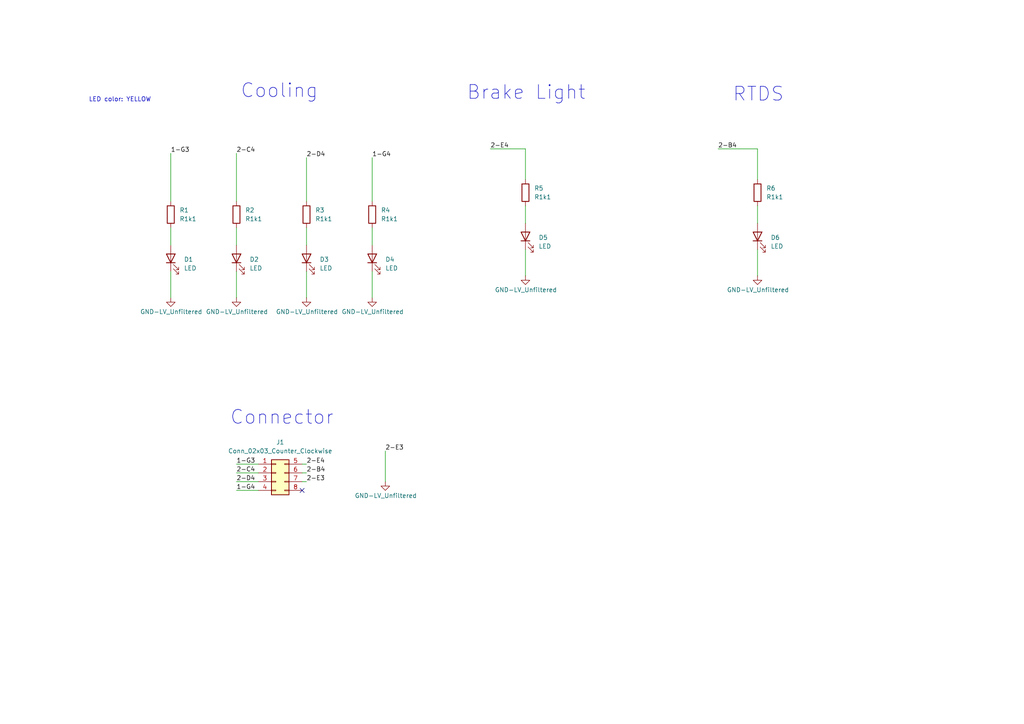
<source format=kicad_sch>
(kicad_sch (version 20231120) (generator "eeschema") (generator_version "8.0")
  (paper "A4")
  (lib_symbols
    (symbol "Connector_Generic:Conn_02x04_Top_Bottom" (pin_names (offset 1.016) hide)
      (property "Reference" "J" (at 1.27 5.08 0))
      (property "Value" "Conn_02x04_Top_Bottom" (at 1.27 -7.62 0))
      (symbol "Conn_02x04_Top_Bottom_1_1"
        (rectangle (start -1.27 -4.953) (end 0 -5.207) (stroke (width 0.1524)))
        (rectangle (start -1.27 -2.413) (end 0 -2.667) (stroke (width 0.1524)))
        (rectangle (start -1.27 0.127) (end 0 -0.127) (stroke (width 0.1524)))
        (rectangle (start -1.27 2.667) (end 0 2.413) (stroke (width 0.1524)))
        (rectangle (start -1.27 3.81) (end 3.81 -6.35) (stroke (width 0.254)) (fill (type background)))
        (rectangle (start 3.81 -4.953) (end 2.54 -5.207) (stroke (width 0.1524)))
        (rectangle (start 3.81 -2.413) (end 2.54 -2.667) (stroke (width 0.1524)))
        (rectangle (start 3.81 0.127) (end 2.54 -0.127) (stroke (width 0.1524)))
        (rectangle (start 3.81 2.667) (end 2.54 2.413) (stroke (width 0.1524)))
        (pin passive line (at -5.08 2.54 0) (length 3.81) (name "Pin_1") (number "1"))
        (pin passive line (at -5.08 0 0) (length 3.81) (name "Pin_2") (number "2"))
        (pin passive line (at -5.08 -2.54 0) (length 3.81) (name "Pin_3") (number "3"))
        (pin passive line (at -5.08 -5.08 0) (length 3.81) (name "Pin_4") (number "4"))
        (pin passive line (at 7.62 2.54 180) (length 3.81) (name "Pin_5") (number "5"))
        (pin passive line (at 7.62 0 180) (length 3.81) (name "Pin_6") (number "6"))
        (pin passive line (at 7.62 -2.54 180) (length 3.81) (name "Pin_7") (number "7"))
        (pin passive line (at 7.62 -5.08 180) (length 3.81) (name "Pin_8") (number "8"))
      )
    )
    (symbol "Device:LED" (pin_numbers hide) (pin_names (offset 1.016) hide)
      (property "Reference" "D" (at 0 2.54 0))
      (property "Value" "LED" (at 0 -2.54 0))
      (symbol "LED_0_1"
        (polyline (pts (xy -1.27 -1.27) (xy -1.27 1.27)) (stroke (width 0.254)))
        (polyline (pts (xy -1.27 0) (xy 1.27 0)))
        (polyline (pts (xy 1.27 -1.27) (xy 1.27 1.27) (xy -1.27 0) (xy 1.27 -1.27)) (stroke (width 0.254)))
        (polyline (pts (xy -3.048 -0.762) (xy -4.572 -2.286) (xy -3.81 -2.286) (xy -4.572 -2.286) (xy -4.572 -1.524)))
        (polyline (pts (xy -1.778 -0.762) (xy -3.302 -2.286) (xy -2.54 -2.286) (xy -3.302 -2.286) (xy -3.302 -1.524)))
      )
      (symbol "LED_1_1"
        (pin passive line (at -3.81 0 0) (length 2.54) (name "K") (number "1"))
        (pin passive line (at 3.81 0 180) (length 2.54) (name "A") (number "2"))
      )
    )
    (symbol "Device:R" (pin_numbers hide) (pin_names (offset 0))
      (property "Reference" "R" (at 2.032 0 90))
      (property "Value" "R" (at 0 0 90))
      (symbol "R_0_1"
        (rectangle (start -1.016 -2.54) (end 1.016 2.54) (stroke (width 0.254)))
      )
      (symbol "R_1_1"
        (pin passive line (at 0 3.81 270) (length 1.27) (name "~") (number "1"))
        (pin passive line (at 0 -3.81 90) (length 1.27) (name "~") (number "2"))
      )
    )
    (symbol "power:GND" (power) (pin_numbers hide) (pin_names (offset 0) hide)
      (property "Value" "GND" (at 0 -3.81 0))
      (symbol "GND_0_1"
        (polyline (pts (xy 0 0) (xy 0 -1.27) (xy 1.27 -1.27) (xy 0 -2.54) (xy -1.27 -1.27) (xy 0 -1.27)))
      )
      (symbol "GND_1_1"
        (pin power_in line (at 0 0 270) (length 0) (name "~") (number "1"))
      )
    )
  )
  (no_connect (at 87.63 142.24))
  (wire (pts (xy 68.58 66.04) (xy 68.58 71.12)))
  (wire (pts (xy 68.58 134.62) (xy 74.93 134.62)))
  (wire (pts (xy 87.63 134.62) (xy 88.9 134.62)))
  (wire (pts (xy 68.58 78.74) (xy 68.58 86.36)))
  (wire (pts (xy 107.95 66.04) (xy 107.95 71.12)))
  (wire (pts (xy 68.58 142.24) (xy 74.93 142.24)))
  (wire (pts (xy 88.9 45.72) (xy 88.9 58.42)))
  (wire (pts (xy 49.53 66.04) (xy 49.53 71.12)))
  (wire (pts (xy 152.4 43.18) (xy 152.4 52.07)))
  (wire (pts (xy 88.9 66.04) (xy 88.9 71.12)))
  (wire (pts (xy 68.58 139.7) (xy 74.93 139.7)))
  (wire (pts (xy 49.53 44.45) (xy 49.53 58.42)))
  (wire (pts (xy 208.28 43.18) (xy 219.71 43.18)))
  (wire (pts (xy 68.58 44.45) (xy 68.58 58.42)))
  (wire (pts (xy 142.24 43.18) (xy 152.4 43.18)))
  (wire (pts (xy 49.53 78.74) (xy 49.53 86.36)))
  (wire (pts (xy 88.9 78.74) (xy 88.9 86.36)))
  (wire (pts (xy 152.4 59.69) (xy 152.4 64.77)))
  (wire (pts (xy 111.76 130.81) (xy 111.76 139.7)))
  (wire (pts (xy 107.95 45.72) (xy 107.95 58.42)))
  (wire (pts (xy 152.4 72.39) (xy 152.4 80.01)))
  (wire (pts (xy 87.63 139.7) (xy 88.9 139.7)))
  (wire (pts (xy 107.95 78.74) (xy 107.95 86.36)))
  (wire (pts (xy 87.63 137.16) (xy 88.9 137.16)))
  (wire (pts (xy 219.71 72.39) (xy 219.71 80.01)))
  (wire (pts (xy 219.71 43.18) (xy 219.71 52.07)))
  (wire (pts (xy 219.71 59.69) (xy 219.71 64.77)))
  (wire (pts (xy 68.58 137.16) (xy 74.93 137.16)))
  (text "LED color: YELLOW" (at 34.798 28.956 0) (effects (font (size 1.27 1.27))))
  (text "RTDS" (at 219.964 27.432 0) (effects (font (size 4 4))))
  (text "Brake Light" (at 152.654 26.924 0) (effects (font (size 4 4))))
  (text "Cooling" (at 81.026 26.416 0) (effects (font (size 4 4))))
  (text "Connector" (at 81.788 121.158 0) (effects (font (size 4 4))))
  (label "2-D4" (at 88.9 45.72 0))
  (label "2-B4" (at 88.9 137.16 0))
  (label "2-B4" (at 208.28 43.18 0))
  (label "1-G4" (at 107.95 45.72 0))
  (label "2-D4" (at 68.58 139.7 0))
  (label "2-E3" (at 88.9 139.7 0))
  (label "1-G4" (at 68.58 142.24 0))
  (label "2-E4" (at 142.24 43.18 0))
  (label "2-E3" (at 111.76 130.81 0))
  (label "1-G3" (at 49.53 44.45 0))
  (label "2-C4" (at 68.58 137.16 0))
  (label "2-C4" (at 68.58 44.45 0))
  (label "2-E4" (at 88.9 134.62 0))
  (label "1-G3" (at 68.58 134.62 0))
  (symbol (lib_id "Device:LED") (at 152.4 68.58 90) (unit 1)
    (property "Reference" "D5" (at 156.21 68.8974 90) (effects (justify right)))
    (property "Value" "LED" (at 156.21 71.4374 90) (effects (justify right)))
    (property "Footprint" "LED_SMD:LED_0805_2012Metric_Pad1.15x1.40mm_HandSolder" (effects (hide yes)))
    (property "Description" "Light emitting diode" (effects (hide yes)))
  )
  (symbol (lib_id "Device:R") (at 152.4 55.88 0) (unit 1)
    (property "Reference" "R5" (at 154.94 54.6099 0) (effects (justify left)))
    (property "Value" "R1k1" (at 154.94 57.1499 0) (effects (justify left)))
    (property "Footprint" "Resistor_SMD:R_1206_3216Metric_Pad1.30x1.75mm_HandSolder" (effects (hide yes)))
    (property "Description" "Resistor" (effects (hide yes)))
  )
  (symbol (lib_id "Device:R") (at 107.95 62.23 0) (unit 1)
    (property "Reference" "R4" (at 110.49 60.9599 0) (effects (justify left)))
    (property "Value" "R1k1" (at 110.49 63.4999 0) (effects (justify left)))
    (property "Footprint" "Resistor_SMD:R_1206_3216Metric_Pad1.30x1.75mm_HandSolder" (effects (hide yes)))
    (property "Description" "Resistor" (effects (hide yes)))
  )
  (symbol (lib_id "Device:R") (at 88.9 62.23 0) (unit 1)
    (property "Reference" "R3" (at 91.44 60.9599 0) (effects (justify left)))
    (property "Value" "R1k1" (at 91.44 63.4999 0) (effects (justify left)))
    (property "Footprint" "Resistor_SMD:R_1206_3216Metric_Pad1.30x1.75mm_HandSolder" (effects (hide yes)))
    (property "Description" "Resistor" (effects (hide yes)))
  )
  (symbol (lib_id "Device:LED") (at 219.71 68.58 90) (unit 1)
    (property "Reference" "D6" (at 223.52 68.8974 90) (effects (justify right)))
    (property "Value" "LED" (at 223.52 71.4374 90) (effects (justify right)))
    (property "Footprint" "LED_SMD:LED_0805_2012Metric_Pad1.15x1.40mm_HandSolder" (effects (hide yes)))
    (property "Description" "Light emitting diode" (effects (hide yes)))
  )
  (symbol (lib_id "Device:LED") (at 68.58 74.93 90) (unit 1)
    (property "Reference" "D2" (at 72.39 75.2474 90) (effects (justify right)))
    (property "Value" "LED" (at 72.39 77.7874 90) (effects (justify right)))
    (property "Footprint" "LED_SMD:LED_0805_2012Metric_Pad1.15x1.40mm_HandSolder" (effects (hide yes)))
    (property "Description" "Light emitting diode" (effects (hide yes)))
  )
  (symbol (lib_id "power:GND") (at 152.4 80.01 0) (unit 1)
    (property "Reference" "#PWR06" (effects (hide yes)))
    (property "Value" "GND-LV_Unfiltered" (at 143.51 84.074 0) (effects (justify left)))
    (property "Description" "Power symbol creates a global label with name \"GND\" , ground" (effects (hide yes)))
  )
  (symbol (lib_id "power:GND") (at 68.58 86.36 0) (unit 1)
    (property "Reference" "#PWR02" (effects (hide yes)))
    (property "Value" "GND-LV_Unfiltered" (at 59.69 90.424 0) (effects (justify left)))
    (property "Description" "Power symbol creates a global label with name \"GND\" , ground" (effects (hide yes)))
  )
  (symbol (lib_id "Device:LED") (at 49.53 74.93 90) (unit 1)
    (property "Reference" "D1" (at 53.34 75.2474 90) (effects (justify right)))
    (property "Value" "LED" (at 53.34 77.7874 90) (effects (justify right)))
    (property "Footprint" "LED_SMD:LED_0805_2012Metric_Pad1.15x1.40mm_HandSolder" (effects (hide yes)))
    (property "Description" "Light emitting diode" (effects (hide yes)))
  )
  (symbol (lib_id "Device:R") (at 49.53 62.23 0) (unit 1)
    (property "Reference" "R1" (at 52.07 60.9599 0) (effects (justify left)))
    (property "Value" "R1k1" (at 52.07 63.4999 0) (effects (justify left)))
    (property "Footprint" "Resistor_SMD:R_1206_3216Metric_Pad1.30x1.75mm_HandSolder" (effects (hide yes)))
    (property "Description" "Resistor" (effects (hide yes)))
  )
  (symbol (lib_id "power:GND") (at 107.95 86.36 0) (unit 1)
    (property "Reference" "#PWR04" (effects (hide yes)))
    (property "Value" "GND-LV_Unfiltered" (at 99.06 90.424 0) (effects (justify left)))
    (property "Description" "Power symbol creates a global label with name \"GND\" , ground" (effects (hide yes)))
  )
  (symbol (lib_id "Device:R") (at 219.71 55.88 0) (unit 1)
    (property "Reference" "R6" (at 222.25 54.6099 0) (effects (justify left)))
    (property "Value" "R1k1" (at 222.25 57.1499 0) (effects (justify left)))
    (property "Footprint" "Resistor_SMD:R_1206_3216Metric_Pad1.30x1.75mm_HandSolder" (effects (hide yes)))
    (property "Description" "Resistor" (effects (hide yes)))
  )
  (symbol (lib_id "power:GND") (at 88.9 86.36 0) (unit 1)
    (property "Reference" "#PWR03" (effects (hide yes)))
    (property "Value" "GND-LV_Unfiltered" (at 80.01 90.424 0) (effects (justify left)))
    (property "Description" "Power symbol creates a global label with name \"GND\" , ground" (effects (hide yes)))
  )
  (symbol (lib_id "Connector_Generic:Conn_02x04_Top_Bottom") (at 80.01 137.16 0) (unit 1)
    (property "Reference" "J1" (at 81.28 128.27 0))
    (property "Value" "Conn_02x03_Counter_Clockwise" (at 81.28 130.81 0))
    (property "Footprint" "Connector_Molex:Molex_Mini-Fit_Jr_5566-08A_2x04_P4.20mm_Vertical" (effects (hide yes)))
    (property "Description" "Generic connector, double row, 02x04, top/bottom pin numbering scheme (row 1: 1...pins_per_row, row2: pins_per_row+1 ... num_pins), script generated (kicad-library-utils/schlib/autogen/connector/)" (effects (hide yes)))
  )
  (symbol (lib_id "power:GND") (at 49.53 86.36 0) (unit 1)
    (property "Reference" "#PWR01" (effects (hide yes)))
    (property "Value" "GND-LV_Unfiltered" (at 40.64 90.424 0) (effects (justify left)))
    (property "Description" "Power symbol creates a global label with name \"GND\" , ground" (effects (hide yes)))
  )
  (symbol (lib_id "Device:R") (at 68.58 62.23 0) (unit 1)
    (property "Reference" "R2" (at 71.12 60.9599 0) (effects (justify left)))
    (property "Value" "R1k1" (at 71.12 63.4999 0) (effects (justify left)))
    (property "Footprint" "Resistor_SMD:R_1206_3216Metric_Pad1.30x1.75mm_HandSolder" (effects (hide yes)))
    (property "Description" "Resistor" (effects (hide yes)))
  )
  (symbol (lib_id "power:GND") (at 111.76 139.7 0) (unit 1)
    (property "Reference" "#PWR05" (effects (hide yes)))
    (property "Value" "GND-LV_Unfiltered" (at 102.87 143.764 0) (effects (justify left)))
    (property "Description" "Power symbol creates a global label with name \"GND\" , ground" (effects (hide yes)))
  )
  (symbol (lib_id "power:GND") (at 219.71 80.01 0) (unit 1)
    (property "Reference" "#PWR07" (effects (hide yes)))
    (property "Value" "GND-LV_Unfiltered" (at 210.82 84.074 0) (effects (justify left)))
    (property "Description" "Power symbol creates a global label with name \"GND\" , ground" (effects (hide yes)))
  )
  (symbol (lib_id "Device:LED") (at 107.95 74.93 90) (unit 1)
    (property "Reference" "D4" (at 111.76 75.2474 90) (effects (justify right)))
    (property "Value" "LED" (at 111.76 77.7874 90) (effects (justify right)))
    (property "Footprint" "LED_SMD:LED_0805_2012Metric_Pad1.15x1.40mm_HandSolder" (effects (hide yes)))
    (property "Description" "Light emitting diode" (effects (hide yes)))
  )
  (symbol (lib_id "Device:LED") (at 88.9 74.93 90) (unit 1)
    (property "Reference" "D3" (at 92.71 75.2474 90) (effects (justify right)))
    (property "Value" "LED" (at 92.71 77.7874 90) (effects (justify right)))
    (property "Footprint" "LED_SMD:LED_0805_2012Metric_Pad1.15x1.40mm_HandSolder" (effects (hide yes)))
    (property "Description" "Light emitting diode" (effects (hide yes)))
  )
)
</source>
